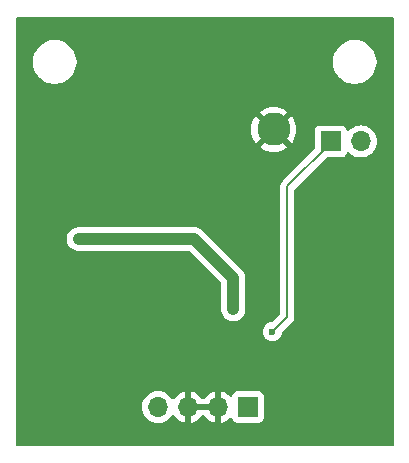
<source format=gbr>
%TF.GenerationSoftware,KiCad,Pcbnew,8.0.1-8.0.1-1~ubuntu22.04.1*%
%TF.CreationDate,2024-04-07T12:19:07+01:00*%
%TF.ProjectId,tps54202_inverting_breakout,74707335-3432-4303-925f-696e76657274,A*%
%TF.SameCoordinates,Original*%
%TF.FileFunction,Copper,L2,Bot*%
%TF.FilePolarity,Positive*%
%FSLAX46Y46*%
G04 Gerber Fmt 4.6, Leading zero omitted, Abs format (unit mm)*
G04 Created by KiCad (PCBNEW 8.0.1-8.0.1-1~ubuntu22.04.1) date 2024-04-07 12:19:07*
%MOMM*%
%LPD*%
G01*
G04 APERTURE LIST*
%TA.AperFunction,ComponentPad*%
%ADD10O,1.700000X1.700000*%
%TD*%
%TA.AperFunction,ComponentPad*%
%ADD11R,1.700000X1.700000*%
%TD*%
%TA.AperFunction,ComponentPad*%
%ADD12C,2.800000*%
%TD*%
%TA.AperFunction,ViaPad*%
%ADD13C,0.600000*%
%TD*%
%TA.AperFunction,Conductor*%
%ADD14C,0.200000*%
%TD*%
%TA.AperFunction,Conductor*%
%ADD15C,1.000000*%
%TD*%
G04 APERTURE END LIST*
D10*
%TO.P,J1,4,Pin_4*%
%TO.N,/VOUT*%
X192903000Y-106045000D03*
%TO.P,J1,3,Pin_3*%
%TO.N,GND*%
X195443000Y-106045000D03*
%TO.P,J1,2,Pin_2*%
X197983000Y-106045000D03*
D11*
%TO.P,J1,1,Pin_1*%
%TO.N,/VIN*%
X200523000Y-106045000D03*
%TD*%
%TO.P,J3,1,Pin_1*%
%TO.N,Net-(J3-Pin_1)*%
X207518000Y-83566000D03*
D10*
%TO.P,J3,2,Pin_2*%
%TO.N,/VIN*%
X210058000Y-83566000D03*
%TD*%
D12*
%TO.P,TP3,1,1*%
%TO.N,GND*%
X202692000Y-82550000D03*
%TD*%
D13*
%TO.N,GND*%
X201549000Y-85090000D03*
X197485000Y-88900000D03*
X197485000Y-85725000D03*
X199390000Y-80645000D03*
X188595000Y-76835000D03*
X203835000Y-76835000D03*
X209550000Y-104775000D03*
X209550000Y-107950000D03*
X182245000Y-82550000D03*
X182245000Y-85725000D03*
X182245000Y-104775000D03*
X182245000Y-101600000D03*
X182245000Y-107950000D03*
X204724000Y-97917000D03*
X204724000Y-98933000D03*
X206121000Y-88773000D03*
X206121000Y-89789000D03*
X204851000Y-92583000D03*
X204851000Y-93599000D03*
X191897000Y-83820000D03*
X191897000Y-82804000D03*
X191897000Y-89281000D03*
X191897000Y-88265000D03*
X190373000Y-95377000D03*
X190373000Y-94361000D03*
X195326000Y-93345000D03*
X194310000Y-93345000D03*
X193294000Y-93345000D03*
X192278000Y-93345000D03*
X182932500Y-97647000D03*
%TO.N,Net-(J3-Pin_1)*%
X202577000Y-99672669D03*
%TO.N,/VOUT*%
X186182000Y-91821000D03*
X199263000Y-97790000D03*
%TD*%
D14*
%TO.N,Net-(J3-Pin_1)*%
X203835000Y-87371000D02*
X207518000Y-83688000D01*
X207518000Y-83688000D02*
X207518000Y-83566000D01*
X202577000Y-99672669D02*
X203835000Y-98414669D01*
X203835000Y-98414669D02*
X203835000Y-87371000D01*
D15*
%TO.N,/VOUT*%
X186182000Y-91821000D02*
X195961000Y-91821000D01*
X195961000Y-91821000D02*
X199263000Y-95123000D01*
X199263000Y-95123000D02*
X199263000Y-97790000D01*
%TD*%
%TA.AperFunction,Conductor*%
%TO.N,GND*%
G36*
X197517075Y-105852007D02*
G01*
X197483000Y-105979174D01*
X197483000Y-106110826D01*
X197517075Y-106237993D01*
X197549988Y-106295000D01*
X195876012Y-106295000D01*
X195908925Y-106237993D01*
X195943000Y-106110826D01*
X195943000Y-105979174D01*
X195908925Y-105852007D01*
X195876012Y-105795000D01*
X197549988Y-105795000D01*
X197517075Y-105852007D01*
G37*
%TD.AperFunction*%
%TA.AperFunction,Conductor*%
G36*
X212802539Y-73037185D02*
G01*
X212848294Y-73089989D01*
X212859500Y-73141500D01*
X212859500Y-109230500D01*
X212839815Y-109297539D01*
X212787011Y-109343294D01*
X212735500Y-109354500D01*
X180964500Y-109354500D01*
X180897461Y-109334815D01*
X180851706Y-109282011D01*
X180840500Y-109230500D01*
X180840500Y-106045000D01*
X191547341Y-106045000D01*
X191567936Y-106280403D01*
X191567938Y-106280413D01*
X191629094Y-106508655D01*
X191629096Y-106508659D01*
X191629097Y-106508663D01*
X191711951Y-106686344D01*
X191728965Y-106722830D01*
X191728967Y-106722834D01*
X191837281Y-106877521D01*
X191864505Y-106916401D01*
X192031599Y-107083495D01*
X192128384Y-107151265D01*
X192225165Y-107219032D01*
X192225167Y-107219033D01*
X192225170Y-107219035D01*
X192439337Y-107318903D01*
X192667592Y-107380063D01*
X192844034Y-107395500D01*
X192902999Y-107400659D01*
X192903000Y-107400659D01*
X192903001Y-107400659D01*
X192961966Y-107395500D01*
X193138408Y-107380063D01*
X193366663Y-107318903D01*
X193580830Y-107219035D01*
X193774401Y-107083495D01*
X193941495Y-106916401D01*
X194071730Y-106730405D01*
X194126307Y-106686781D01*
X194195805Y-106679587D01*
X194258160Y-106711110D01*
X194274879Y-106730405D01*
X194404890Y-106916078D01*
X194571917Y-107083105D01*
X194765421Y-107218600D01*
X194979507Y-107318429D01*
X194979516Y-107318433D01*
X195193000Y-107375634D01*
X195193000Y-106478012D01*
X195250007Y-106510925D01*
X195377174Y-106545000D01*
X195508826Y-106545000D01*
X195635993Y-106510925D01*
X195693000Y-106478012D01*
X195693000Y-107375633D01*
X195906483Y-107318433D01*
X195906492Y-107318429D01*
X196120578Y-107218600D01*
X196314082Y-107083105D01*
X196481105Y-106916082D01*
X196611425Y-106729968D01*
X196666002Y-106686344D01*
X196735501Y-106679151D01*
X196797855Y-106710673D01*
X196814575Y-106729968D01*
X196944894Y-106916082D01*
X197111917Y-107083105D01*
X197305421Y-107218600D01*
X197519507Y-107318429D01*
X197519516Y-107318433D01*
X197733000Y-107375634D01*
X197733000Y-106478012D01*
X197790007Y-106510925D01*
X197917174Y-106545000D01*
X198048826Y-106545000D01*
X198175993Y-106510925D01*
X198233000Y-106478012D01*
X198233000Y-107375633D01*
X198446483Y-107318433D01*
X198446492Y-107318429D01*
X198660578Y-107218600D01*
X198854078Y-107083108D01*
X198976133Y-106961053D01*
X199037456Y-106927568D01*
X199107148Y-106932552D01*
X199163082Y-106974423D01*
X199179997Y-107005401D01*
X199229202Y-107137328D01*
X199229206Y-107137335D01*
X199315452Y-107252544D01*
X199315455Y-107252547D01*
X199430664Y-107338793D01*
X199430671Y-107338797D01*
X199565517Y-107389091D01*
X199565516Y-107389091D01*
X199572444Y-107389835D01*
X199625127Y-107395500D01*
X201420872Y-107395499D01*
X201480483Y-107389091D01*
X201615331Y-107338796D01*
X201730546Y-107252546D01*
X201816796Y-107137331D01*
X201867091Y-107002483D01*
X201873500Y-106942873D01*
X201873499Y-105147128D01*
X201867091Y-105087517D01*
X201866002Y-105084598D01*
X201816797Y-104952671D01*
X201816793Y-104952664D01*
X201730547Y-104837455D01*
X201730544Y-104837452D01*
X201615335Y-104751206D01*
X201615328Y-104751202D01*
X201480482Y-104700908D01*
X201480483Y-104700908D01*
X201420883Y-104694501D01*
X201420881Y-104694500D01*
X201420873Y-104694500D01*
X201420864Y-104694500D01*
X199625129Y-104694500D01*
X199625123Y-104694501D01*
X199565516Y-104700908D01*
X199430671Y-104751202D01*
X199430664Y-104751206D01*
X199315455Y-104837452D01*
X199315452Y-104837455D01*
X199229206Y-104952664D01*
X199229202Y-104952671D01*
X199179997Y-105084598D01*
X199138126Y-105140532D01*
X199072661Y-105164949D01*
X199004388Y-105150097D01*
X198976134Y-105128946D01*
X198854082Y-105006894D01*
X198660578Y-104871399D01*
X198446492Y-104771570D01*
X198446486Y-104771567D01*
X198233000Y-104714364D01*
X198233000Y-105611988D01*
X198175993Y-105579075D01*
X198048826Y-105545000D01*
X197917174Y-105545000D01*
X197790007Y-105579075D01*
X197733000Y-105611988D01*
X197733000Y-104714364D01*
X197732999Y-104714364D01*
X197519513Y-104771567D01*
X197519507Y-104771570D01*
X197305422Y-104871399D01*
X197305420Y-104871400D01*
X197111926Y-105006886D01*
X197111920Y-105006891D01*
X196944891Y-105173920D01*
X196944890Y-105173922D01*
X196814575Y-105360031D01*
X196759998Y-105403655D01*
X196690499Y-105410848D01*
X196628145Y-105379326D01*
X196611425Y-105360031D01*
X196481109Y-105173922D01*
X196481108Y-105173920D01*
X196314082Y-105006894D01*
X196120578Y-104871399D01*
X195906492Y-104771570D01*
X195906486Y-104771567D01*
X195693000Y-104714364D01*
X195693000Y-105611988D01*
X195635993Y-105579075D01*
X195508826Y-105545000D01*
X195377174Y-105545000D01*
X195250007Y-105579075D01*
X195193000Y-105611988D01*
X195193000Y-104714364D01*
X195192999Y-104714364D01*
X194979513Y-104771567D01*
X194979507Y-104771570D01*
X194765422Y-104871399D01*
X194765420Y-104871400D01*
X194571926Y-105006886D01*
X194571920Y-105006891D01*
X194404891Y-105173920D01*
X194404890Y-105173922D01*
X194274880Y-105359595D01*
X194220303Y-105403219D01*
X194150804Y-105410412D01*
X194088450Y-105378890D01*
X194071730Y-105359594D01*
X193941494Y-105173597D01*
X193774402Y-105006506D01*
X193774395Y-105006501D01*
X193580834Y-104870967D01*
X193580830Y-104870965D01*
X193580828Y-104870964D01*
X193366663Y-104771097D01*
X193366659Y-104771096D01*
X193366655Y-104771094D01*
X193138413Y-104709938D01*
X193138403Y-104709936D01*
X192903001Y-104689341D01*
X192902999Y-104689341D01*
X192667596Y-104709936D01*
X192667586Y-104709938D01*
X192439344Y-104771094D01*
X192439335Y-104771098D01*
X192225171Y-104870964D01*
X192225169Y-104870965D01*
X192031597Y-105006505D01*
X191864505Y-105173597D01*
X191728965Y-105367169D01*
X191728964Y-105367171D01*
X191629098Y-105581335D01*
X191629094Y-105581344D01*
X191567938Y-105809586D01*
X191567936Y-105809596D01*
X191547341Y-106044999D01*
X191547341Y-106045000D01*
X180840500Y-106045000D01*
X180840500Y-99672672D01*
X201771435Y-99672672D01*
X201791630Y-99851918D01*
X201791631Y-99851923D01*
X201851211Y-100022192D01*
X201947184Y-100174931D01*
X202074738Y-100302485D01*
X202227478Y-100398458D01*
X202397745Y-100458037D01*
X202397750Y-100458038D01*
X202576996Y-100478234D01*
X202577000Y-100478234D01*
X202577004Y-100478234D01*
X202756249Y-100458038D01*
X202756252Y-100458037D01*
X202756255Y-100458037D01*
X202926522Y-100398458D01*
X203079262Y-100302485D01*
X203206816Y-100174931D01*
X203302789Y-100022191D01*
X203362368Y-99851924D01*
X203372161Y-99764998D01*
X203399226Y-99700587D01*
X203407690Y-99691212D01*
X204315520Y-98783385D01*
X204394577Y-98646453D01*
X204435501Y-98493726D01*
X204435501Y-98335611D01*
X204435501Y-98328016D01*
X204435500Y-98327998D01*
X204435500Y-87671097D01*
X204455185Y-87604058D01*
X204471819Y-87583416D01*
X207102417Y-84952818D01*
X207163740Y-84919333D01*
X207190098Y-84916499D01*
X208415871Y-84916499D01*
X208415872Y-84916499D01*
X208475483Y-84910091D01*
X208610331Y-84859796D01*
X208725546Y-84773546D01*
X208811796Y-84658331D01*
X208860810Y-84526916D01*
X208902681Y-84470984D01*
X208968145Y-84446566D01*
X209036418Y-84461417D01*
X209064673Y-84482569D01*
X209186599Y-84604495D01*
X209283384Y-84672265D01*
X209380165Y-84740032D01*
X209380167Y-84740033D01*
X209380170Y-84740035D01*
X209594337Y-84839903D01*
X209822592Y-84901063D01*
X210010918Y-84917539D01*
X210057999Y-84921659D01*
X210058000Y-84921659D01*
X210058001Y-84921659D01*
X210097234Y-84918226D01*
X210293408Y-84901063D01*
X210521663Y-84839903D01*
X210735830Y-84740035D01*
X210929401Y-84604495D01*
X211096495Y-84437401D01*
X211232035Y-84243830D01*
X211331903Y-84029663D01*
X211393063Y-83801408D01*
X211413659Y-83566000D01*
X211393063Y-83330592D01*
X211331903Y-83102337D01*
X211232035Y-82888171D01*
X211185070Y-82821097D01*
X211096494Y-82694597D01*
X210929402Y-82527506D01*
X210929395Y-82527501D01*
X210735834Y-82391967D01*
X210735830Y-82391965D01*
X210735828Y-82391964D01*
X210521663Y-82292097D01*
X210521659Y-82292096D01*
X210521655Y-82292094D01*
X210293413Y-82230938D01*
X210293403Y-82230936D01*
X210058001Y-82210341D01*
X210057999Y-82210341D01*
X209822596Y-82230936D01*
X209822586Y-82230938D01*
X209594344Y-82292094D01*
X209594335Y-82292098D01*
X209380171Y-82391964D01*
X209380169Y-82391965D01*
X209186600Y-82527503D01*
X209064673Y-82649430D01*
X209003350Y-82682914D01*
X208933658Y-82677930D01*
X208877725Y-82636058D01*
X208860810Y-82605081D01*
X208811797Y-82473671D01*
X208811793Y-82473664D01*
X208725547Y-82358455D01*
X208725544Y-82358452D01*
X208610335Y-82272206D01*
X208610328Y-82272202D01*
X208475482Y-82221908D01*
X208475483Y-82221908D01*
X208415883Y-82215501D01*
X208415881Y-82215500D01*
X208415873Y-82215500D01*
X208415864Y-82215500D01*
X206620129Y-82215500D01*
X206620123Y-82215501D01*
X206560516Y-82221908D01*
X206425671Y-82272202D01*
X206425664Y-82272206D01*
X206310455Y-82358452D01*
X206310452Y-82358455D01*
X206224206Y-82473664D01*
X206224202Y-82473671D01*
X206173908Y-82608517D01*
X206167501Y-82668116D01*
X206167500Y-82668135D01*
X206167500Y-84137901D01*
X206147815Y-84204940D01*
X206131181Y-84225582D01*
X203466286Y-86890478D01*
X203354481Y-87002282D01*
X203354479Y-87002285D01*
X203304361Y-87089094D01*
X203304359Y-87089096D01*
X203275425Y-87139209D01*
X203275424Y-87139210D01*
X203275423Y-87139215D01*
X203234499Y-87291943D01*
X203234499Y-87291945D01*
X203234499Y-87460046D01*
X203234500Y-87460059D01*
X203234500Y-98114571D01*
X203214815Y-98181610D01*
X203198181Y-98202252D01*
X202558465Y-98841967D01*
X202497142Y-98875452D01*
X202484668Y-98877506D01*
X202397750Y-98887299D01*
X202227478Y-98946879D01*
X202074737Y-99042853D01*
X201947184Y-99170406D01*
X201851211Y-99323145D01*
X201791631Y-99493414D01*
X201791630Y-99493419D01*
X201771435Y-99672665D01*
X201771435Y-99672672D01*
X180840500Y-99672672D01*
X180840500Y-91919543D01*
X185181499Y-91919543D01*
X185219947Y-92112829D01*
X185219950Y-92112839D01*
X185295364Y-92294907D01*
X185295371Y-92294920D01*
X185404860Y-92458781D01*
X185404863Y-92458785D01*
X185544214Y-92598136D01*
X185544218Y-92598139D01*
X185708079Y-92707628D01*
X185708092Y-92707635D01*
X185890160Y-92783049D01*
X185890165Y-92783051D01*
X185890169Y-92783051D01*
X185890170Y-92783052D01*
X186083456Y-92821500D01*
X186083459Y-92821500D01*
X195495218Y-92821500D01*
X195562257Y-92841185D01*
X195582899Y-92857819D01*
X198226181Y-95501101D01*
X198259666Y-95562424D01*
X198262500Y-95588782D01*
X198262500Y-97888541D01*
X198262500Y-97888543D01*
X198262499Y-97888543D01*
X198300947Y-98081829D01*
X198300950Y-98081839D01*
X198376364Y-98263907D01*
X198376371Y-98263920D01*
X198485860Y-98427781D01*
X198485863Y-98427785D01*
X198625214Y-98567136D01*
X198625218Y-98567139D01*
X198789079Y-98676628D01*
X198789092Y-98676635D01*
X198971160Y-98752049D01*
X198971165Y-98752051D01*
X198971169Y-98752051D01*
X198971170Y-98752052D01*
X199164456Y-98790500D01*
X199164459Y-98790500D01*
X199361543Y-98790500D01*
X199491582Y-98764632D01*
X199554835Y-98752051D01*
X199736914Y-98676632D01*
X199900782Y-98567139D01*
X200040139Y-98427782D01*
X200149632Y-98263914D01*
X200225051Y-98081835D01*
X200263500Y-97888541D01*
X200263500Y-95024459D01*
X200263500Y-95024456D01*
X200225052Y-94831170D01*
X200225051Y-94831169D01*
X200225051Y-94831165D01*
X200225049Y-94831160D01*
X200149635Y-94649092D01*
X200149628Y-94649079D01*
X200040139Y-94485218D01*
X200040136Y-94485214D01*
X199897686Y-94342764D01*
X199897655Y-94342735D01*
X196742479Y-91187559D01*
X196742459Y-91187537D01*
X196598785Y-91043863D01*
X196598781Y-91043860D01*
X196434920Y-90934371D01*
X196434911Y-90934366D01*
X196362315Y-90904296D01*
X196306165Y-90881038D01*
X196252836Y-90858949D01*
X196252832Y-90858948D01*
X196252828Y-90858946D01*
X196156188Y-90839724D01*
X196059544Y-90820500D01*
X196059541Y-90820500D01*
X186083459Y-90820500D01*
X186083457Y-90820500D01*
X185890170Y-90858947D01*
X185890160Y-90858950D01*
X185708092Y-90934364D01*
X185708079Y-90934371D01*
X185544218Y-91043860D01*
X185544214Y-91043863D01*
X185404863Y-91183214D01*
X185404860Y-91183218D01*
X185295371Y-91347079D01*
X185295364Y-91347092D01*
X185219950Y-91529160D01*
X185219947Y-91529170D01*
X185181500Y-91722456D01*
X185181500Y-91722459D01*
X185181500Y-91919541D01*
X185181500Y-91919543D01*
X185181499Y-91919543D01*
X180840500Y-91919543D01*
X180840500Y-82550001D01*
X200787147Y-82550001D01*
X200806536Y-82821090D01*
X200806537Y-82821097D01*
X200864305Y-83086654D01*
X200959285Y-83341306D01*
X200959287Y-83341310D01*
X201089532Y-83579835D01*
X201089537Y-83579843D01*
X201183321Y-83705123D01*
X201183322Y-83705124D01*
X201976153Y-82912293D01*
X201983049Y-82928942D01*
X202070599Y-83059970D01*
X202182030Y-83171401D01*
X202313058Y-83258951D01*
X202329705Y-83265846D01*
X201536874Y-84058676D01*
X201662163Y-84152466D01*
X201662164Y-84152467D01*
X201900689Y-84282712D01*
X201900693Y-84282714D01*
X202155345Y-84377694D01*
X202420902Y-84435462D01*
X202420909Y-84435463D01*
X202691999Y-84454853D01*
X202692001Y-84454853D01*
X202963090Y-84435463D01*
X202963097Y-84435462D01*
X203228654Y-84377694D01*
X203483306Y-84282714D01*
X203483310Y-84282712D01*
X203721844Y-84152462D01*
X203847123Y-84058677D01*
X203847124Y-84058676D01*
X203054294Y-83265846D01*
X203070942Y-83258951D01*
X203201970Y-83171401D01*
X203313401Y-83059970D01*
X203400951Y-82928942D01*
X203407846Y-82912294D01*
X204200676Y-83705124D01*
X204200677Y-83705123D01*
X204294462Y-83579844D01*
X204424712Y-83341310D01*
X204424714Y-83341306D01*
X204519694Y-83086654D01*
X204577462Y-82821097D01*
X204577463Y-82821090D01*
X204596853Y-82550001D01*
X204596853Y-82549998D01*
X204577463Y-82278909D01*
X204577462Y-82278902D01*
X204519694Y-82013345D01*
X204424714Y-81758693D01*
X204424712Y-81758689D01*
X204294467Y-81520164D01*
X204294466Y-81520163D01*
X204200676Y-81394874D01*
X203407846Y-82187704D01*
X203400951Y-82171058D01*
X203313401Y-82040030D01*
X203201970Y-81928599D01*
X203070942Y-81841049D01*
X203054294Y-81834153D01*
X203847124Y-81041322D01*
X203847123Y-81041321D01*
X203721843Y-80947537D01*
X203721835Y-80947532D01*
X203483310Y-80817287D01*
X203483306Y-80817285D01*
X203228654Y-80722305D01*
X202963097Y-80664537D01*
X202963090Y-80664536D01*
X202692001Y-80645147D01*
X202691999Y-80645147D01*
X202420909Y-80664536D01*
X202420902Y-80664537D01*
X202155345Y-80722305D01*
X201900693Y-80817285D01*
X201900689Y-80817287D01*
X201662164Y-80947532D01*
X201662156Y-80947537D01*
X201536875Y-81041321D01*
X201536874Y-81041322D01*
X202329705Y-81834153D01*
X202313058Y-81841049D01*
X202182030Y-81928599D01*
X202070599Y-82040030D01*
X201983049Y-82171058D01*
X201976153Y-82187705D01*
X201183322Y-81394874D01*
X201183321Y-81394875D01*
X201089537Y-81520156D01*
X201089532Y-81520164D01*
X200959287Y-81758689D01*
X200959285Y-81758693D01*
X200864305Y-82013345D01*
X200806537Y-82278902D01*
X200806536Y-82278909D01*
X200787147Y-82549998D01*
X200787147Y-82550001D01*
X180840500Y-82550001D01*
X180840500Y-76956288D01*
X182299500Y-76956288D01*
X182331161Y-77196785D01*
X182393947Y-77431104D01*
X182486773Y-77655205D01*
X182486776Y-77655212D01*
X182608064Y-77865289D01*
X182608066Y-77865292D01*
X182608067Y-77865293D01*
X182755733Y-78057736D01*
X182755739Y-78057743D01*
X182927256Y-78229260D01*
X182927262Y-78229265D01*
X183119711Y-78376936D01*
X183329788Y-78498224D01*
X183553900Y-78591054D01*
X183788211Y-78653838D01*
X183968586Y-78677584D01*
X184028711Y-78685500D01*
X184028712Y-78685500D01*
X184271289Y-78685500D01*
X184319388Y-78679167D01*
X184511789Y-78653838D01*
X184746100Y-78591054D01*
X184970212Y-78498224D01*
X185180289Y-78376936D01*
X185372738Y-78229265D01*
X185544265Y-78057738D01*
X185691936Y-77865289D01*
X185813224Y-77655212D01*
X185906054Y-77431100D01*
X185968838Y-77196789D01*
X186000500Y-76956288D01*
X207699500Y-76956288D01*
X207731161Y-77196785D01*
X207793947Y-77431104D01*
X207886773Y-77655205D01*
X207886776Y-77655212D01*
X208008064Y-77865289D01*
X208008066Y-77865292D01*
X208008067Y-77865293D01*
X208155733Y-78057736D01*
X208155739Y-78057743D01*
X208327256Y-78229260D01*
X208327262Y-78229265D01*
X208519711Y-78376936D01*
X208729788Y-78498224D01*
X208953900Y-78591054D01*
X209188211Y-78653838D01*
X209368586Y-78677584D01*
X209428711Y-78685500D01*
X209428712Y-78685500D01*
X209671289Y-78685500D01*
X209719388Y-78679167D01*
X209911789Y-78653838D01*
X210146100Y-78591054D01*
X210370212Y-78498224D01*
X210580289Y-78376936D01*
X210772738Y-78229265D01*
X210944265Y-78057738D01*
X211091936Y-77865289D01*
X211213224Y-77655212D01*
X211306054Y-77431100D01*
X211368838Y-77196789D01*
X211400500Y-76956288D01*
X211400500Y-76713712D01*
X211368838Y-76473211D01*
X211306054Y-76238900D01*
X211213224Y-76014788D01*
X211091936Y-75804711D01*
X210944265Y-75612262D01*
X210944260Y-75612256D01*
X210772743Y-75440739D01*
X210772736Y-75440733D01*
X210580293Y-75293067D01*
X210580292Y-75293066D01*
X210580289Y-75293064D01*
X210370212Y-75171776D01*
X210370205Y-75171773D01*
X210146104Y-75078947D01*
X209911785Y-75016161D01*
X209671289Y-74984500D01*
X209671288Y-74984500D01*
X209428712Y-74984500D01*
X209428711Y-74984500D01*
X209188214Y-75016161D01*
X208953895Y-75078947D01*
X208729794Y-75171773D01*
X208729785Y-75171777D01*
X208519706Y-75293067D01*
X208327263Y-75440733D01*
X208327256Y-75440739D01*
X208155739Y-75612256D01*
X208155733Y-75612263D01*
X208008067Y-75804706D01*
X207886777Y-76014785D01*
X207886773Y-76014794D01*
X207793947Y-76238895D01*
X207731161Y-76473214D01*
X207699500Y-76713711D01*
X207699500Y-76956288D01*
X186000500Y-76956288D01*
X186000500Y-76713712D01*
X185968838Y-76473211D01*
X185906054Y-76238900D01*
X185813224Y-76014788D01*
X185691936Y-75804711D01*
X185544265Y-75612262D01*
X185544260Y-75612256D01*
X185372743Y-75440739D01*
X185372736Y-75440733D01*
X185180293Y-75293067D01*
X185180292Y-75293066D01*
X185180289Y-75293064D01*
X184970212Y-75171776D01*
X184970205Y-75171773D01*
X184746104Y-75078947D01*
X184511785Y-75016161D01*
X184271289Y-74984500D01*
X184271288Y-74984500D01*
X184028712Y-74984500D01*
X184028711Y-74984500D01*
X183788214Y-75016161D01*
X183553895Y-75078947D01*
X183329794Y-75171773D01*
X183329785Y-75171777D01*
X183119706Y-75293067D01*
X182927263Y-75440733D01*
X182927256Y-75440739D01*
X182755739Y-75612256D01*
X182755733Y-75612263D01*
X182608067Y-75804706D01*
X182486777Y-76014785D01*
X182486773Y-76014794D01*
X182393947Y-76238895D01*
X182331161Y-76473214D01*
X182299500Y-76713711D01*
X182299500Y-76956288D01*
X180840500Y-76956288D01*
X180840500Y-73141500D01*
X180860185Y-73074461D01*
X180912989Y-73028706D01*
X180964500Y-73017500D01*
X212735500Y-73017500D01*
X212802539Y-73037185D01*
G37*
%TD.AperFunction*%
%TD*%
M02*

</source>
